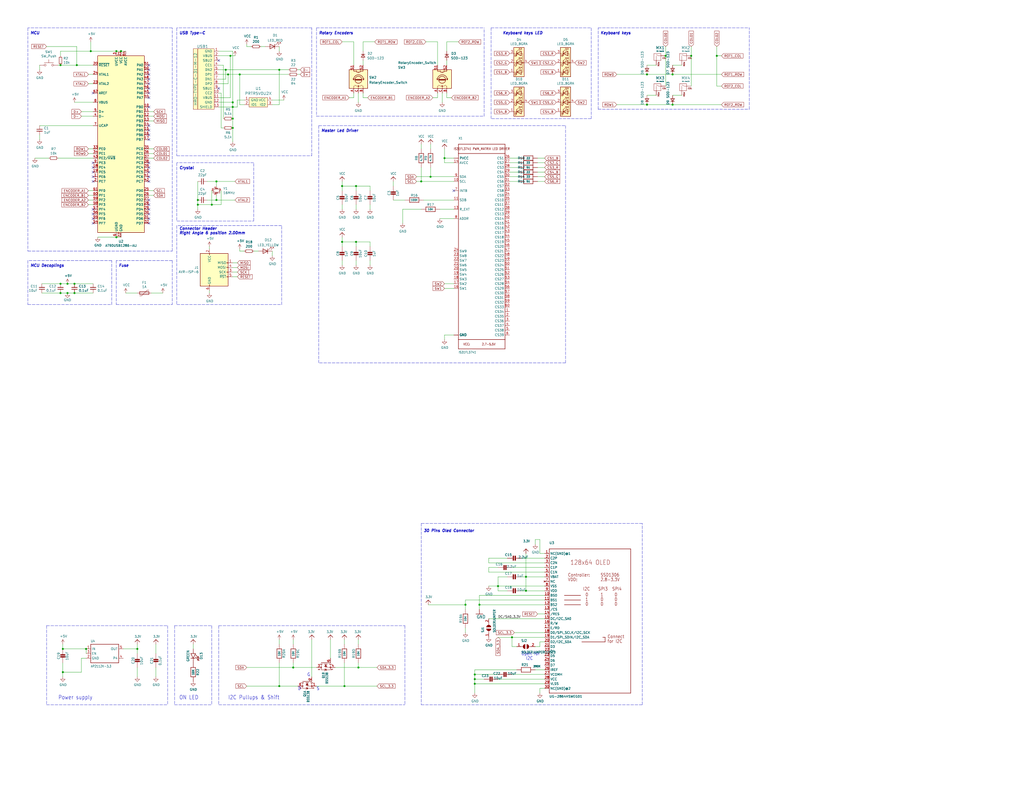
<source format=kicad_sch>
(kicad_sch (version 20211123) (generator eeschema)
  (paper "C")
  (junction (at 254 330.2))
  (junction (at 287.02 322.58))
  (junction (at 46.99 354.33))
  (junction (at 123.19 38.1))
  (junction (at 118.11 109.22))
  (junction (at 125.73 30.48))
  (junction (at 186.69 101.6))
  (junction (at 271.78 320.04))
  (junction (at 377.19 30.48))
  (junction (at 287.02 314.96))
  (junction (at 124.46 40.64))
  (junction (at 107.95 109.22))
  (junction (at 152.4 38.1))
  (junction (at 130.81 40.64))
  (junction (at 34.29 367.03))
  (junction (at 33.02 160.02))
  (junction (at 74.93 354.33))
  (junction (at 242.57 86.36))
  (junction (at 127 64.77))
  (junction (at 49.53 27.94))
  (junction (at 118.11 99.06))
  (junction (at 391.16 30.48))
  (junction (at 194.31 101.6))
  (junction (at 152.4 374.65))
  (junction (at 33.02 35.56))
  (junction (at 229.87 99.06))
  (junction (at 259.08 373.38))
  (junction (at 353.06 57.15))
  (junction (at 127 58.42))
  (junction (at 40.64 154.94))
  (junction (at 160.02 364.49))
  (junction (at 63.5 129.54))
  (junction (at 33.02 154.94))
  (junction (at 186.69 132.08))
  (junction (at 41.91 35.56))
  (junction (at 367.03 57.15))
  (junction (at 115.57 111.76))
  (junction (at 261.62 330.2))
  (junction (at 187.96 374.65))
  (junction (at 367.03 40.64))
  (junction (at 194.31 132.08))
  (junction (at 127 55.88))
  (junction (at 259.08 370.84))
  (junction (at 127 69.85))
  (junction (at 36.83 154.94))
  (junction (at 34.29 354.33))
  (junction (at 259.08 368.3))
  (junction (at 279.4 347.98))
  (junction (at 195.58 364.49))
  (junction (at 234.95 96.52))
  (junction (at 66.04 27.94))
  (junction (at 40.64 160.02))
  (junction (at 353.06 40.64))
  (junction (at 107.95 111.76))
  (junction (at 36.83 160.02))
  (junction (at 63.5 27.94))
  (junction (at 363.22 30.48))
  (no_connect (at 50.8 99.06))
  (no_connect (at 81.28 73.66))
  (no_connect (at 81.28 50.8))
  (no_connect (at 81.28 68.58))
  (no_connect (at 50.8 93.98))
  (no_connect (at 119.38 33.02))
  (no_connect (at 81.28 91.44))
  (no_connect (at 81.28 88.9))
  (no_connect (at 81.28 109.22))
  (no_connect (at 81.28 38.1))
  (no_connect (at 81.28 121.92))
  (no_connect (at 81.28 99.06))
  (no_connect (at 81.28 114.3))
  (no_connect (at 50.8 119.38))
  (no_connect (at 50.8 116.84))
  (no_connect (at 81.28 45.72))
  (no_connect (at 81.28 48.26))
  (no_connect (at 81.28 96.52))
  (no_connect (at 81.28 40.64))
  (no_connect (at 81.28 119.38))
  (no_connect (at 50.8 50.8))
  (no_connect (at 81.28 93.98))
  (no_connect (at 81.28 111.76))
  (no_connect (at 81.28 35.56))
  (no_connect (at 81.28 116.84))
  (no_connect (at 50.8 121.92))
  (no_connect (at 81.28 53.34))
  (no_connect (at 247.65 104.14))
  (no_connect (at 50.8 88.9))
  (no_connect (at 50.8 96.52))
  (no_connect (at 50.8 91.44))
  (no_connect (at 50.8 114.3))
  (no_connect (at 81.28 71.12))
  (no_connect (at 81.28 43.18))
  (no_connect (at 119.38 48.26))
  (no_connect (at 81.28 58.42))
  (no_connect (at 81.28 76.2))
  (wire (pts (xy 138.43 137.16) (xy 140.97 137.16)))
  (wire (pts (xy 123.19 43.18) (xy 123.19 38.1)))
  (wire (pts (xy 271.78 368.3) (xy 259.08 368.3)))
  (wire (pts (xy 195.58 50.8) (xy 195.58 55.88)))
  (wire (pts (xy 247.65 96.52) (xy 234.95 96.52)))
  (wire (pts (xy 271.78 314.96) (xy 271.78 320.04)))
  (wire (pts (xy 113.03 99.06) (xy 118.11 99.06)))
  (wire (pts (xy 276.86 322.58) (xy 271.78 322.58)))
  (polyline (pts (xy 350.52 384.81) (xy 350.52 285.75)))
  (wire (pts (xy 242.57 86.36) (xy 242.57 81.28)))
  (polyline (pts (xy 96.52 166.37) (xy 153.67 166.37)))
  (wire (pts (xy 297.18 337.82) (xy 266.7 337.82)))
  (polyline (pts (xy 15.24 137.16) (xy 93.98 137.16)))
  (wire (pts (xy 377.19 25.4) (xy 377.19 30.48)))
  (polyline (pts (xy 153.67 123.19) (xy 96.52 123.19)))
  (polyline (pts (xy 93.98 142.24) (xy 93.98 166.37)))
  (wire (pts (xy 74.93 364.49) (xy 74.93 369.57)))
  (wire (pts (xy 276.86 304.8) (xy 266.7 304.8)))
  (polyline (pts (xy 322.58 64.77) (xy 267.97 64.77)))
  (wire (pts (xy 67.31 354.33) (xy 74.93 354.33)))
  (wire (pts (xy 119.38 35.56) (xy 121.92 35.56)))
  (wire (pts (xy 36.83 154.94) (xy 40.64 154.94)))
  (wire (pts (xy 358.14 52.07) (xy 353.06 52.07)))
  (wire (pts (xy 294.64 375.92) (xy 294.64 378.46)))
  (polyline (pts (xy 172.72 63.5) (xy 264.16 63.5)))
  (polyline (pts (xy 308.61 68.58) (xy 308.61 198.12)))
  (wire (pts (xy 107.95 99.06) (xy 107.95 109.22)))
  (wire (pts (xy 358.14 35.56) (xy 353.06 35.56)))
  (wire (pts (xy 22.86 160.02) (xy 33.02 160.02)))
  (wire (pts (xy 259.08 365.76) (xy 281.94 365.76)))
  (wire (pts (xy 297.18 375.92) (xy 294.64 375.92)))
  (wire (pts (xy 353.06 57.15) (xy 367.03 57.15)))
  (wire (pts (xy 134.62 25.4) (xy 137.16 25.4)))
  (polyline (pts (xy 93.98 142.24) (xy 63.5 142.24)))
  (wire (pts (xy 33.02 35.56) (xy 41.91 35.56)))
  (wire (pts (xy 229.87 114.3) (xy 219.71 114.3)))
  (wire (pts (xy 31.75 35.56) (xy 33.02 35.56)))
  (wire (pts (xy 243.84 50.8) (xy 243.84 53.34)))
  (wire (pts (xy 247.65 182.88) (xy 242.57 182.88)))
  (wire (pts (xy 254 327.66) (xy 254 330.2)))
  (wire (pts (xy 372.11 35.56) (xy 367.03 35.56)))
  (wire (pts (xy 162.56 374.65) (xy 152.4 374.65)))
  (wire (pts (xy 74.93 354.33) (xy 74.93 356.87)))
  (wire (pts (xy 336.55 57.15) (xy 353.06 57.15)))
  (wire (pts (xy 198.12 33.02) (xy 198.12 35.56)))
  (wire (pts (xy 40.64 55.88) (xy 50.8 55.88)))
  (wire (pts (xy 259.08 373.38) (xy 259.08 370.84)))
  (wire (pts (xy 44.45 367.03) (xy 34.29 367.03)))
  (wire (pts (xy 254 327.66) (xy 297.18 327.66)))
  (wire (pts (xy 280.67 345.44) (xy 297.18 345.44)))
  (wire (pts (xy 294.64 350.52) (xy 294.64 353.06)))
  (polyline (pts (xy 95.25 341.63) (xy 95.25 384.81)))
  (wire (pts (xy 33.02 27.94) (xy 33.02 30.48)))
  (wire (pts (xy 293.37 335.28) (xy 297.18 335.28)))
  (wire (pts (xy 74.93 354.33) (xy 74.93 351.79)))
  (wire (pts (xy 266.7 307.34) (xy 297.18 307.34)))
  (wire (pts (xy 391.16 46.99) (xy 393.7 46.99)))
  (wire (pts (xy 48.26 83.82) (xy 50.8 83.82)))
  (wire (pts (xy 81.28 86.36) (xy 83.82 86.36)))
  (wire (pts (xy 229.87 99.06) (xy 229.87 91.44)))
  (wire (pts (xy 266.7 309.88) (xy 266.7 312.42)))
  (wire (pts (xy 193.04 22.86) (xy 193.04 35.56)))
  (wire (pts (xy 121.92 35.56) (xy 121.92 64.77)))
  (wire (pts (xy 201.93 111.76) (xy 201.93 114.3)))
  (wire (pts (xy 118.11 99.06) (xy 128.27 99.06)))
  (wire (pts (xy 130.81 40.64) (xy 157.48 40.64)))
  (wire (pts (xy 297.18 304.8) (xy 284.48 304.8)))
  (wire (pts (xy 49.53 22.86) (xy 49.53 27.94)))
  (wire (pts (xy 127 77.47) (xy 127 69.85)))
  (wire (pts (xy 247.65 119.38) (xy 240.03 119.38)))
  (wire (pts (xy 297.18 368.3) (xy 279.4 368.3)))
  (wire (pts (xy 22.86 154.94) (xy 33.02 154.94)))
  (polyline (pts (xy 93.98 15.24) (xy 15.24 15.24)))
  (polyline (pts (xy 25.4 341.63) (xy 91.44 341.63)))
  (wire (pts (xy 127 146.05) (xy 129.54 146.05)))
  (wire (pts (xy 129.54 148.59) (xy 127 148.59)))
  (wire (pts (xy 238.76 50.8) (xy 238.76 53.34)))
  (wire (pts (xy 46.99 356.87) (xy 46.99 354.33)))
  (wire (pts (xy 105.41 354.33) (xy 105.41 351.79)))
  (wire (pts (xy 160.02 364.49) (xy 134.62 364.49)))
  (wire (pts (xy 367.03 40.64) (xy 393.7 40.64)))
  (wire (pts (xy 83.82 81.28) (xy 81.28 81.28)))
  (wire (pts (xy 194.31 132.08) (xy 201.93 132.08)))
  (wire (pts (xy 81.28 106.68) (xy 83.82 106.68)))
  (wire (pts (xy 133.35 57.15) (xy 130.81 57.15)))
  (wire (pts (xy 201.93 101.6) (xy 201.93 104.14)))
  (wire (pts (xy 247.65 99.06) (xy 229.87 99.06)))
  (polyline (pts (xy 119.38 341.63) (xy 119.38 384.81)))
  (wire (pts (xy 219.71 114.3) (xy 219.71 121.92)))
  (wire (pts (xy 297.18 322.58) (xy 287.02 322.58)))
  (wire (pts (xy 242.57 88.9) (xy 242.57 86.36)))
  (polyline (pts (xy 25.4 384.81) (xy 91.44 384.81)))
  (polyline (pts (xy 267.97 64.77) (xy 267.97 15.24)))
  (wire (pts (xy 118.11 99.06) (xy 118.11 101.6)))
  (polyline (pts (xy 264.16 63.5) (xy 264.16 15.24)))
  (wire (pts (xy 391.16 25.4) (xy 391.16 30.48)))
  (wire (pts (xy 279.4 347.98) (xy 271.78 347.98)))
  (wire (pts (xy 242.57 182.88) (xy 242.57 185.42)))
  (wire (pts (xy 46.99 354.33) (xy 34.29 354.33)))
  (polyline (pts (xy 308.61 198.12) (xy 173.99 198.12)))
  (wire (pts (xy 148.59 57.15) (xy 152.4 57.15)))
  (wire (pts (xy 118.11 106.68) (xy 118.11 109.22)))
  (polyline (pts (xy 15.24 166.37) (xy 60.96 166.37)))
  (wire (pts (xy 247.65 88.9) (xy 242.57 88.9)))
  (wire (pts (xy 127 27.94) (xy 119.38 27.94)))
  (wire (pts (xy 297.18 314.96) (xy 287.02 314.96)))
  (polyline (pts (xy 96.52 123.19) (xy 96.52 166.37)))
  (wire (pts (xy 195.58 351.79) (xy 195.58 349.25)))
  (wire (pts (xy 186.69 132.08) (xy 186.69 134.62)))
  (wire (pts (xy 264.16 370.84) (xy 259.08 370.84)))
  (wire (pts (xy 115.57 104.14) (xy 115.57 111.76)))
  (wire (pts (xy 127 58.42) (xy 129.54 58.42)))
  (wire (pts (xy 53.34 129.54) (xy 63.5 129.54)))
  (wire (pts (xy 50.8 45.72) (xy 48.26 45.72)))
  (wire (pts (xy 238.76 22.86) (xy 238.76 35.56)))
  (wire (pts (xy 82.55 160.02) (xy 88.9 160.02)))
  (wire (pts (xy 214.63 109.22) (xy 220.98 109.22)))
  (polyline (pts (xy 119.38 384.81) (xy 220.98 384.81)))
  (wire (pts (xy 107.95 111.76) (xy 107.95 114.3)))
  (wire (pts (xy 119.38 53.34) (xy 125.73 53.34)))
  (wire (pts (xy 278.13 91.44) (xy 283.21 91.44)))
  (polyline (pts (xy 326.39 59.69) (xy 408.94 59.69)))
  (wire (pts (xy 128.27 30.48) (xy 125.73 30.48)))
  (wire (pts (xy 119.38 40.64) (xy 124.46 40.64)))
  (wire (pts (xy 227.33 96.52) (xy 234.95 96.52)))
  (wire (pts (xy 160.02 361.95) (xy 160.02 364.49)))
  (wire (pts (xy 33.02 154.94) (xy 36.83 154.94)))
  (wire (pts (xy 125.73 53.34) (xy 125.73 30.48)))
  (wire (pts (xy 187.96 351.79) (xy 187.96 349.25)))
  (wire (pts (xy 279.4 353.06) (xy 279.4 347.98)))
  (polyline (pts (xy 173.99 68.58) (xy 308.61 68.58)))
  (polyline (pts (xy 229.87 285.75) (xy 229.87 384.81)))
  (wire (pts (xy 271.78 320.04) (xy 266.7 320.04)))
  (wire (pts (xy 372.11 52.07) (xy 367.03 52.07)))
  (polyline (pts (xy 138.43 88.9) (xy 96.52 88.9)))
  (wire (pts (xy 115.57 111.76) (xy 107.95 111.76)))
  (wire (pts (xy 194.31 101.6) (xy 201.93 101.6)))
  (wire (pts (xy 186.69 101.6) (xy 194.31 101.6)))
  (wire (pts (xy 148.59 54.61) (xy 154.94 54.61)))
  (wire (pts (xy 127 69.85) (xy 127 64.77)))
  (wire (pts (xy 198.12 53.34) (xy 200.66 53.34)))
  (polyline (pts (xy 93.98 137.16) (xy 93.98 15.24)))
  (wire (pts (xy 48.26 104.14) (xy 50.8 104.14)))
  (wire (pts (xy 377.19 30.48) (xy 377.19 46.99)))
  (wire (pts (xy 198.12 27.94) (xy 198.12 22.86)))
  (wire (pts (xy 293.37 88.9) (xy 297.18 88.9)))
  (wire (pts (xy 391.16 30.48) (xy 393.7 30.48)))
  (wire (pts (xy 297.18 350.52) (xy 294.64 350.52)))
  (wire (pts (xy 227.33 99.06) (xy 229.87 99.06)))
  (wire (pts (xy 34.29 367.03) (xy 34.29 369.57)))
  (polyline (pts (xy 15.24 15.24) (xy 15.24 137.16)))
  (wire (pts (xy 83.82 104.14) (xy 81.28 104.14)))
  (wire (pts (xy 152.4 349.25) (xy 152.4 351.79)))
  (wire (pts (xy 48.26 106.68) (xy 50.8 106.68)))
  (wire (pts (xy 186.69 101.6) (xy 186.69 104.14)))
  (wire (pts (xy 278.13 96.52) (xy 283.21 96.52)))
  (wire (pts (xy 297.18 325.12) (xy 261.62 325.12)))
  (polyline (pts (xy 173.99 68.58) (xy 173.99 198.12)))
  (wire (pts (xy 83.82 83.82) (xy 81.28 83.82)))
  (wire (pts (xy 21.59 35.56) (xy 21.59 38.1)))
  (wire (pts (xy 134.62 24.13) (xy 134.62 25.4)))
  (wire (pts (xy 85.09 351.79) (xy 85.09 356.87)))
  (wire (pts (xy 26.67 86.36) (xy 19.05 86.36)))
  (wire (pts (xy 233.68 330.2) (xy 254 330.2)))
  (wire (pts (xy 232.41 22.86) (xy 238.76 22.86)))
  (wire (pts (xy 297.18 320.04) (xy 271.78 320.04)))
  (wire (pts (xy 33.02 27.94) (xy 49.53 27.94)))
  (wire (pts (xy 21.59 68.58) (xy 50.8 68.58)))
  (polyline (pts (xy 96.52 88.9) (xy 96.52 120.65)))
  (wire (pts (xy 241.3 50.8) (xy 241.3 55.88)))
  (polyline (pts (xy 326.39 15.24) (xy 408.94 15.24)))
  (wire (pts (xy 83.82 63.5) (xy 81.28 63.5)))
  (wire (pts (xy 193.04 50.8) (xy 193.04 53.34)))
  (polyline (pts (xy 63.5 142.24) (xy 63.5 166.37)))
  (wire (pts (xy 287.02 322.58) (xy 284.48 322.58)))
  (wire (pts (xy 194.31 111.76) (xy 194.31 114.3)))
  (wire (pts (xy 229.87 78.74) (xy 229.87 81.28)))
  (wire (pts (xy 34.29 351.79) (xy 34.29 354.33)))
  (wire (pts (xy 190.5 53.34) (xy 193.04 53.34)))
  (wire (pts (xy 243.84 27.94) (xy 243.84 22.86)))
  (wire (pts (xy 287.02 314.96) (xy 284.48 314.96)))
  (wire (pts (xy 44.45 359.41) (xy 44.45 367.03)))
  (wire (pts (xy 148.59 137.16) (xy 148.59 139.7)))
  (polyline (pts (xy 96.52 85.09) (xy 170.18 85.09)))
  (wire (pts (xy 119.38 55.88) (xy 127 55.88)))
  (wire (pts (xy 152.4 374.65) (xy 134.62 374.65)))
  (wire (pts (xy 261.62 330.2) (xy 261.62 332.74)))
  (wire (pts (xy 293.37 91.44) (xy 297.18 91.44)))
  (wire (pts (xy 130.81 135.89) (xy 130.81 137.16)))
  (wire (pts (xy 186.69 142.24) (xy 186.69 144.78)))
  (wire (pts (xy 119.38 58.42) (xy 127 58.42)))
  (wire (pts (xy 63.5 27.94) (xy 49.53 27.94)))
  (wire (pts (xy 129.54 58.42) (xy 129.54 54.61)))
  (wire (pts (xy 186.69 129.54) (xy 186.69 132.08)))
  (wire (pts (xy 198.12 50.8) (xy 198.12 53.34)))
  (wire (pts (xy 127 55.88) (xy 127 27.94)))
  (wire (pts (xy 186.69 99.06) (xy 186.69 101.6)))
  (wire (pts (xy 294.64 302.26) (xy 294.64 294.64)))
  (wire (pts (xy 41.91 35.56) (xy 50.8 35.56)))
  (wire (pts (xy 127 64.77) (xy 127 58.42)))
  (wire (pts (xy 160.02 351.79) (xy 160.02 349.25)))
  (wire (pts (xy 293.37 99.06) (xy 297.18 99.06)))
  (wire (pts (xy 130.81 57.15) (xy 130.81 40.64)))
  (wire (pts (xy 294.64 294.64) (xy 292.1 294.64)))
  (wire (pts (xy 66.04 27.94) (xy 68.58 27.94)))
  (wire (pts (xy 142.24 25.4) (xy 144.78 25.4)))
  (wire (pts (xy 194.31 132.08) (xy 194.31 134.62)))
  (wire (pts (xy 129.54 143.51) (xy 127 143.51)))
  (polyline (pts (xy 350.52 285.75) (xy 229.87 285.75)))
  (polyline (pts (xy 119.38 341.63) (xy 220.98 341.63)))
  (wire (pts (xy 234.95 96.52) (xy 234.95 91.44)))
  (wire (pts (xy 21.59 76.2) (xy 21.59 73.66)))
  (wire (pts (xy 119.38 45.72) (xy 124.46 45.72)))
  (wire (pts (xy 247.65 86.36) (xy 242.57 86.36)))
  (wire (pts (xy 259.08 370.84) (xy 259.08 368.3)))
  (wire (pts (xy 31.75 86.36) (xy 50.8 86.36)))
  (wire (pts (xy 236.22 53.34) (xy 238.76 53.34)))
  (wire (pts (xy 293.37 93.98) (xy 297.18 93.98)))
  (wire (pts (xy 50.8 63.5) (xy 44.45 63.5)))
  (wire (pts (xy 259.08 373.38) (xy 259.08 378.46)))
  (wire (pts (xy 259.08 368.3) (xy 259.08 365.76)))
  (wire (pts (xy 271.78 322.58) (xy 271.78 320.04)))
  (polyline (pts (xy 229.87 384.81) (xy 350.52 384.81)))
  (polyline (pts (xy 91.44 341.63) (xy 91.44 384.81)))
  (wire (pts (xy 41.91 25.4) (xy 41.91 35.56)))
  (wire (pts (xy 180.34 359.41) (xy 180.34 349.25)))
  (polyline (pts (xy 96.52 15.24) (xy 96.52 85.09)))
  (wire (pts (xy 234.95 78.74) (xy 234.95 81.28)))
  (polyline (pts (xy 170.18 85.09) (xy 170.18 15.24)))
  (wire (pts (xy 294.64 353.06) (xy 292.1 353.06)))
  (wire (pts (xy 367.03 57.15) (xy 393.7 57.15)))
  (wire (pts (xy 243.84 22.86) (xy 250.19 22.86)))
  (wire (pts (xy 187.96 361.95) (xy 187.96 374.65)))
  (wire (pts (xy 81.28 60.96) (xy 83.82 60.96)))
  (wire (pts (xy 125.73 30.48) (xy 119.38 30.48)))
  (polyline (pts (xy 153.67 166.37) (xy 153.67 123.19)))
  (wire (pts (xy 120.65 69.85) (xy 121.92 69.85)))
  (wire (pts (xy 247.65 114.3) (xy 240.03 114.3)))
  (wire (pts (xy 293.37 86.36) (xy 297.18 86.36)))
  (wire (pts (xy 152.4 25.4) (xy 152.4 27.94)))
  (wire (pts (xy 152.4 57.15) (xy 152.4 38.1)))
  (wire (pts (xy 33.02 160.02) (xy 36.83 160.02)))
  (wire (pts (xy 363.22 25.4) (xy 363.22 30.48)))
  (polyline (pts (xy 220.98 341.63) (xy 220.98 384.81)))
  (wire (pts (xy 266.7 312.42) (xy 297.18 312.42)))
  (wire (pts (xy 292.1 294.64) (xy 292.1 297.18)))
  (wire (pts (xy 172.72 374.65) (xy 187.96 374.65)))
  (polyline (pts (xy 267.97 15.24) (xy 322.58 15.24)))
  (wire (pts (xy 25.4 25.4) (xy 41.91 25.4)))
  (wire (pts (xy 36.83 160.02) (xy 40.64 160.02)))
  (wire (pts (xy 194.31 101.6) (xy 194.31 104.14)))
  (wire (pts (xy 48.26 111.76) (xy 50.8 111.76)))
  (wire (pts (xy 74.93 160.02) (xy 68.58 160.02)))
  (wire (pts (xy 201.93 132.08) (xy 201.93 134.62)))
  (wire (pts (xy 261.62 325.12) (xy 261.62 330.2)))
  (wire (pts (xy 297.18 370.84) (xy 271.78 370.84)))
  (wire (pts (xy 276.86 314.96) (xy 271.78 314.96)))
  (wire (pts (xy 278.13 99.06) (xy 283.21 99.06)))
  (wire (pts (xy 336.55 40.64) (xy 353.06 40.64)))
  (polyline (pts (xy 408.94 59.69) (xy 408.94 15.24)))
  (wire (pts (xy 34.29 367.03) (xy 34.29 361.95)))
  (wire (pts (xy 119.38 38.1) (xy 123.19 38.1)))
  (polyline (pts (xy 138.43 120.65) (xy 138.43 88.9)))
  (polyline (pts (xy 322.58 15.24) (xy 322.58 64.77)))
  (wire (pts (xy 127 151.13) (xy 129.54 151.13)))
  (wire (pts (xy 40.64 160.02) (xy 50.8 160.02)))
  (wire (pts (xy 186.69 111.76) (xy 186.69 114.3)))
  (polyline (pts (xy 172.72 15.24) (xy 172.72 63.5)))
  (wire (pts (xy 254 345.44) (xy 254 342.9)))
  (wire (pts (xy 201.93 142.24) (xy 201.93 144.78)))
  (polyline (pts (xy 326.39 59.69) (xy 326.39 15.24)))
  (wire (pts (xy 152.4 361.95) (xy 152.4 374.65)))
  (wire (pts (xy 297.18 330.2) (xy 261.62 330.2)))
  (wire (pts (xy 242.57 154.94) (xy 247.65 154.94)))
  (wire (pts (xy 40.64 154.94) (xy 50.8 154.94)))
  (wire (pts (xy 363.22 30.48) (xy 363.22 46.99)))
  (wire (pts (xy 48.26 81.28) (xy 50.8 81.28)))
  (polyline (pts (xy 96.52 120.65) (xy 138.43 120.65)))
  (wire (pts (xy 123.19 38.1) (xy 152.4 38.1)))
  (wire (pts (xy 186.69 22.86) (xy 193.04 22.86)))
  (wire (pts (xy 130.81 137.16) (xy 133.35 137.16)))
  (wire (pts (xy 124.46 40.64) (xy 130.81 40.64)))
  (polyline (pts (xy 95.25 341.63) (xy 115.57 341.63)))
  (wire (pts (xy 113.03 109.22) (xy 118.11 109.22)))
  (wire (pts (xy 85.09 364.49) (xy 85.09 369.57)))
  (wire (pts (xy 119.38 43.18) (xy 123.19 43.18)))
  (wire (pts (xy 63.5 27.94) (xy 66.04 27.94)))
  (wire (pts (xy 195.58 364.49) (xy 205.74 364.49)))
  (polyline (pts (xy 15.24 142.24) (xy 15.24 166.37)))
  (wire (pts (xy 162.56 40.64) (xy 163.83 40.64)))
  (wire (pts (xy 120.65 104.14) (xy 120.65 111.76)))
  (wire (pts (xy 287.02 302.26) (xy 287.02 314.96)))
  (wire (pts (xy 231.14 109.22) (xy 247.65 109.22)))
  (polyline (pts (xy 25.4 341.63) (xy 25.4 384.81)))
  (wire (pts (xy 50.8 40.64) (xy 48.26 40.64)))
  (wire (pts (xy 297.18 347.98) (xy 279.4 347.98)))
  (polyline (pts (xy 60.96 166.37) (xy 60.96 142.24)))
  (wire (pts (xy 162.56 38.1) (xy 163.83 38.1)))
  (wire (pts (xy 114.3 134.62) (xy 114.3 135.89)))
  (wire (pts (xy 120.65 111.76) (xy 115.57 111.76)))
  (wire (pts (xy 278.13 88.9) (xy 283.21 88.9)))
  (wire (pts (xy 391.16 30.48) (xy 391.16 46.99)))
  (wire (pts (xy 81.28 66.04) (xy 83.82 66.04)))
  (polyline (pts (xy 95.25 384.81) (xy 115.57 384.81)))
  (wire (pts (xy 243.84 33.02) (xy 243.84 35.56)))
  (polyline (pts (xy 115.57 341.63) (xy 115.57 384.81)))
  (polyline (pts (xy 170.18 15.24) (xy 96.52 15.24)))
  (wire (pts (xy 119.38 50.8) (xy 120.65 50.8)))
  (wire (pts (xy 214.63 99.06) (xy 214.63 101.6)))
  (wire (pts (xy 118.11 109.22) (xy 128.27 109.22)))
  (wire (pts (xy 281.94 353.06) (xy 279.4 353.06)))
  (wire (pts (xy 198.12 22.86) (xy 204.47 22.86)))
  (wire (pts (xy 152.4 38.1) (xy 157.48 38.1)))
  (wire (pts (xy 48.26 109.22) (xy 50.8 109.22)))
  (wire (pts (xy 278.13 86.36) (xy 283.21 86.36)))
  (wire (pts (xy 297.18 302.26) (xy 294.64 302.26)))
  (polyline (pts (xy 60.96 142.24) (xy 15.24 142.24)))
  (wire (pts (xy 243.84 53.34) (xy 246.38 53.34)))
  (wire (pts (xy 63.5 129.54) (xy 66.04 129.54)))
  (wire (pts (xy 254 330.2) (xy 254 332.74)))
  (wire (pts (xy 172.72 364.49) (xy 160.02 364.49)))
  (wire (pts (xy 114.3 160.02) (xy 114.3 158.75)))
  (wire (pts (xy 187.96 374.65) (xy 205.74 374.65)))
  (wire (pts (xy 195.58 361.95) (xy 195.58 364.49)))
  (wire (pts (xy 129.54 54.61) (xy 133.35 54.61)))
  (wire (pts (xy 353.06 40.64) (xy 367.03 40.64)))
  (wire (pts (xy 46.99 359.41) (xy 44.45 359.41)))
  (wire (pts (xy 127 58.42) (xy 127 55.88)))
  (wire (pts (xy 50.8 60.96) (xy 44.45 60.96)))
  (wire (pts (xy 278.13 93.98) (xy 283.21 93.98)))
  (wire (pts (xy 271.78 309.88) (xy 266.7 309.88)))
  (polyline (pts (xy 63.5 166.37) (xy 93.98 166.37)))
  (wire (pts (xy 297.18 365.76) (xy 292.1 365.76)))
  (wire (pts (xy 287.02 314.96) (xy 287.02 322.58)))
  (wire (pts (xy 170.18 369.57) (xy 170.18 349.25)))
  (wire (pts (xy 293.37 96.52) (xy 297.18 96.52)))
  (polyline (pts (xy 172.72 15.24) (xy 264.16 15.24)))
  (wire (pts (xy 242.57 157.48) (xy 247.65 157.48)))
  (wire (pts (xy 124.46 45.72) (xy 124.46 40.64)))
  (wire (pts (xy 120.65 50.8) (xy 120.65 69.85)))
  (wire (pts (xy 182.88 364.49) (xy 195.58 364.49)))
  (wire (pts (xy 297.18 309.88) (xy 279.4 309.88)))
  (wire (pts (xy 186.69 132.08) (xy 194.31 132.08)))
  (wire (pts (xy 194.31 142.24) (xy 194.31 144.78)))
  (wire (pts (xy 107.95 109.22) (xy 107.95 111.76)))
  (wire (pts (xy 297.18 373.38) (xy 259.08 373.38)))
  (wire (pts (xy 266.7 304.8) (xy 266.7 307.34)))
  (text "G" (at 167.64 369.57 180) (effects (font (size 1.778 1.5113)) (justify left bottom)))
  (text "30 Pins Oled Connector" (at 231.14 290.83 0) (effects (font (size 1.4986 1.4986) (thickness 0.2997) bold italic) (justify left bottom)))
  (text "MCU Decoplings" (at 16.51 146.05 0) (effects (font (size 1.4986 1.4986) (thickness 0.2997) bold italic) (justify left bottom)))
  (text "Keyboard keys" (at 327.66 19.05 0) (effects (font (size 1.4986 1.4986) (thickness 0.2997) bold italic) (justify left bottom)))
  (text "I2C" (at 287.02 360.68 180) (effects (font (size 1.778 1.5113)) (justify left bottom)))
  (text "Open for" (at 284.48 358.14 180) (effects (font (size 1.778 1.5113)) (justify left bottom)))
  (text "D" (at 162.56 377.19 180) (effects (font (size 1.778 1.5113)) (justify left bottom)))
  (text "S" (at 172.72 377.19 180) (effects (font (size 1.778 1.5113)) (justify left bottom)))
  (text "Master Led Driver" (at 175.26 72.39 0) (effects (font (size 1.4986 1.4986) (thickness 0.2997) bold italic) (justify left bottom)))
  (text "Connector Header\nRight Angle 6 position 2.00mm" (at 97.79 128.27 0) (effects (font (size 1.4986 1.4986) (thickness 0.2997) bold italic) (justify left bottom)))
  (text "Keyboard keys LED" (at 274.32 19.05 0) (effects (font (size 1.4986 1.4986) (thickness 0.2997) bold italic) (justify left bottom)))
  (text "I2C Pullups & Shift" (at 124.46 382.27 180) (effects (font (size 2.1844 1.8567)) (justify left bottom)))
  (text "USB Type-C" (at 97.79 19.05 0) (effects (font (size 1.4986 1.4986) (thickness 0.2997) bold italic) (justify left bottom)))
  (text "MCU" (at 16.51 19.05 0) (effects (font (size 1.4986 1.4986) (thickness 0.2997) bold italic) (justify left bottom)))
  (text "ON LED" (at 97.79 382.27 180) (effects (font (size 2.1844 1.8567)) (justify left bottom)))
  (text "Fuse" (at 64.77 146.05 0) (effects (font (size 1.4986 1.4986) (thickness 0.2997) bold italic) (justify left bottom)))
  (text "Rotary Encoders" (at 173.99 19.05 0) (effects (font (size 1.4986 1.4986) (thickness 0.2997) bold italic) (justify left bottom)))
  (text "Power supply" (at 31.75 382.27 180) (effects (font (size 2.1844 1.8567)) (justify left bottom)))
  (text "Crystal" (at 97.79 92.71 0) (effects (font (size 1.4986 1.4986) (thickness 0.2997) bold italic) (justify left bottom)))
  (label "DC/SA0_3.3V" (at 271.78 337.82 0) (effects (font (size 1.2446 1.2446))))
  (global_label "ROT1_ROW" (shape input) (at 204.47 22.86 0) (property "Intersheet References" "${INTERSHEET_REFS}" (effects hide)))
  (global_label "CS6_R" (shape input) (at 297.18 99.06 0) (property "Intersheet References" "${INTERSHEET_REFS}" (effects hide)))
  (global_label "COL01" (shape input) (at 377.19 25.4 90) (property "Intersheet References" "${INTERSHEET_REFS}" (effects hide)))
  (global_label "CS2_G" (shape input) (at 278.13 34.29 180) (property "Intersheet References" "${INTERSHEET_REFS}" (effects hide)))
  (global_label "ROT2_COL" (shape input) (at 232.41 22.86 180) (property "Intersheet References" "${INTERSHEET_REFS}" (effects hide)))
  (global_label "RESET" (shape input) (at 25.4 25.4 180) (property "Intersheet References" "${INTERSHEET_REFS}" (effects hide)))
  (global_label "MOSI" (shape input) (at 83.82 63.5 0) (property "Intersheet References" "${INTERSHEET_REFS}" (effects hide)))
  (global_label "CS1_B" (shape input) (at 278.13 39.37 180) (property "Intersheet References" "${INTERSHEET_REFS}" (effects hide)))
  (global_label "SDA_3.3" (shape input) (at 205.74 364.49 0) (property "Intersheet References" "${INTERSHEET_REFS}" (effects hide)))
  (global_label "CS6_R" (shape input) (at 278.13 50.8 180) (property "Intersheet References" "${INTERSHEET_REFS}" (effects hide)))
  (global_label "CS1_B" (shape input) (at 303.53 39.37 180) (property "Intersheet References" "${INTERSHEET_REFS}" (effects hide)))
  (global_label "RESET" (shape input) (at 129.54 151.13 0) (property "Intersheet References" "${INTERSHEET_REFS}" (effects hide)))
  (global_label "SCL_3.3" (shape input) (at 205.74 374.65 0) (property "Intersheet References" "${INTERSHEET_REFS}" (effects hide)))
  (global_label "COL02" (shape input) (at 83.82 86.36 0) (property "Intersheet References" "${INTERSHEET_REFS}" (effects hide)))
  (global_label "MISO" (shape input) (at 129.54 143.51 0) (property "Intersheet References" "${INTERSHEET_REFS}" (effects hide)))
  (global_label "CS3_R" (shape input) (at 297.18 91.44 0) (property "Intersheet References" "${INTERSHEET_REFS}" (effects hide)))
  (global_label "ENCODER_B1" (shape input) (at 48.26 106.68 180) (property "Intersheet References" "${INTERSHEET_REFS}" (effects hide)))
  (global_label "CS2_G" (shape input) (at 303.53 34.29 180) (property "Intersheet References" "${INTERSHEET_REFS}" (effects hide)))
  (global_label "ROT2_ROW" (shape input) (at 393.7 57.15 0) (property "Intersheet References" "${INTERSHEET_REFS}" (effects hide)))
  (global_label "ROW0" (shape input) (at 48.26 83.82 180) (property "Intersheet References" "${INTERSHEET_REFS}" (effects hide)))
  (global_label "SW2" (shape input) (at 313.69 55.88 0) (property "Intersheet References" "${INTERSHEET_REFS}" (effects hide)))
  (global_label "XTAL1" (shape input) (at 128.27 99.06 0) (property "Intersheet References" "${INTERSHEET_REFS}" (effects hide)))
  (global_label "CS3_R" (shape input) (at 303.53 29.21 180) (property "Intersheet References" "${INTERSHEET_REFS}" (effects hide)))
  (global_label "ROT1_COL" (shape input) (at 393.7 30.48 0) (property "Intersheet References" "${INTERSHEET_REFS}" (effects hide)))
  (global_label "SCL" (shape input) (at 83.82 104.14 0) (property "Intersheet References" "${INTERSHEET_REFS}" (effects hide)))
  (global_label "COL02" (shape input) (at 391.16 25.4 90) (property "Intersheet References" "${INTERSHEET_REFS}" (effects hide)))
  (global_label "CS6_R" (shape input) (at 303.53 50.8 180) (property "Intersheet References" "${INTERSHEET_REFS}" (effects hide)))
  (global_label "SCL" (shape input) (at 227.33 99.06 180) (property "Intersheet References" "${INTERSHEET_REFS}" (effects hide)))
  (global_label "D-" (shape input) (at 44.45 63.5 180) (property "Intersheet References" "${INTERSHEET_REFS}" (effects hide)))
  (global_label "CS1_B" (shape input) (at 297.18 86.36 0) (property "Intersheet References" "${INTERSHEET_REFS}" (effects hide)))
  (global_label "XTAL2" (shape input) (at 128.27 109.22 0) (property "Intersheet References" "${INTERSHEET_REFS}" (effects hide)))
  (global_label "SDA" (shape input) (at 134.62 364.49 180) (property "Intersheet References" "${INTERSHEET_REFS}" (effects hide)))
  (global_label "D+" (shape input) (at 163.83 40.64 0) (property "Intersheet References" "${INTERSHEET_REFS}" (effects hide)))
  (global_label "SW1" (shape input) (at 288.29 55.88 0) (property "Intersheet References" "${INTERSHEET_REFS}" (effects hide)))
  (global_label "COL00" (shape input) (at 363.22 25.4 90) (property "Intersheet References" "${INTERSHEET_REFS}" (effects hide)))
  (global_label "SW2" (shape input) (at 313.69 34.29 0) (property "Intersheet References" "${INTERSHEET_REFS}" (effects hide)))
  (global_label "COL01" (shape input) (at 83.82 83.82 0) (property "Intersheet References" "${INTERSHEET_REFS}" (effects hide)))
  (global_label "CS5_G" (shape input) (at 297.18 96.52 0) (property "Intersheet References" "${INTERSHEET_REFS}" (effects hide)))
  (global_label "SCL" (shape input) (at 134.62 374.65 180) (property "Intersheet References" "${INTERSHEET_REFS}" (effects hide)))
  (global_label "ENCODER_B2" (shape input) (at 48.26 111.76 180) (property "Intersheet References" "${INTERSHEET_REFS}" (effects hide)))
  (global_label "SDA" (shape input) (at 227.33 96.52 180) (property "Intersheet References" "${INTERSHEET_REFS}" (effects hide)))
  (global_label "XTAL1" (shape input) (at 48.26 40.64 180) (property "Intersheet References" "${INTERSHEET_REFS}" (effects hide)))
  (global_label "ENCODER_B2" (shape input) (at 246.38 53.34 0) (property "Intersheet References" "${INTERSHEET_REFS}" (effects hide)))
  (global_label "CS5_G" (shape input) (at 278.13 55.88 180) (property "Intersheet References" "${INTERSHEET_REFS}" (effects hide)))
  (global_label "ENCODER_A1" (shape input) (at 48.26 104.14 180) (property "Intersheet References" "${INTERSHEET_REFS}" (effects hide)))
  (global_label "COL00" (shape input) (at 83.82 81.28 0) (property "Intersheet References" "${INTERSHEET_REFS}" (effects hide)))
  (global_label "MOSI" (shape input) (at 129.54 146.05 0) (property "Intersheet References" "${INTERSHEET_REFS}" (effects hide)))
  (global_label "ROT2_COL" (shape input) (at 393.7 46.99 0) (property "Intersheet References" "${INTERSHEET_REFS}" (effects hide)))
  (global_label "XTAL2" (shape input) (at 48.26 45.72 180) (property "Intersheet References" "${INTERSHEET_REFS}" (effects hide)))
  (global_label "CS3_R" (shape input) (at 278.13 29.21 180) (property "Intersheet References" "${INTERSHEET_REFS}" (effects hide)))
  (global_label "ROW1" (shape input) (at 336.55 57.15 180) (property "Intersheet References" "${INTERSHEET_REFS}" (effects hide)))
  (global_label "ENCODER_A1" (shape input) (at 190.5 53.34 180) (property "Intersheet References" "${INTERSHEET_REFS}" (effects hide)))
  (global_label "ENCODER_B1" (shape input) (at 200.66 53.34 0) (property "Intersheet References" "${INTERSHEET_REFS}" (effects hide)))
  (global_label "SCL_3.3" (shape input) (at 280.67 345.44 180) (property "Intersheet References" "${INTERSHEET_REFS}" (effects hide)))
  (global_label "SDA_3.3" (shape input) (at 271.78 347.98 270) (property "Intersheet References" "${INTERSHEET_REFS}" (effects hide)))
  (global_label "D-" (shape input) (at 163.83 38.1 0) (property "Intersheet References" "${INTERSHEET_REFS}" (effects hide)))
  (global_label "CS4_B" (shape input) (at 303.53 60.96 180) (property "Intersheet References" "${INTERSHEET_REFS}" (effects hide)))
  (global_label "SCK" (shape input) (at 129.54 148.59 0) (property "Intersheet References" "${INTERSHEET_REFS}" (effects hide)))
  (global_label "SW1" (shape input) (at 242.57 157.48 180) (property "Intersheet References" "${INTERSHEET_REFS}" (effects hide)))
  (global_label "CS4_B" (shape input) (at 297.18 93.98 0) (property "Intersheet References" "${INTERSHEET_REFS}" (effects hide)))
  (global_label "SW2" (shape input) (at 242.57 154.94 180) (property "Intersheet References" "${INTERSHEET_REFS}" (effects hide)))
  (global_label "MISO" (shape input) (at 83.82 66.04 0) (property "Intersheet References" "${INTERSHEET_REFS}" (effects hide)))
  (global_label "CS2_G" (shape input) (at 297.18 88.9 0) (property "Intersheet References" "${INTERSHEET_REFS}" (effects hide)))
  (global_label "ROT1_COL" (shape input) (at 186.69 22.86 180) (property "Intersheet References" "${INTERSHEET_REFS}" (effects hide)))
  (global_label "ROT2_ROW" (shape input) (at 250.19 22.86 0) (property "Intersheet References" "${INTERSHEET_REFS}" (effects hide)))
  (global_label "RESET" (shape input) (at 293.37 335.28 180) (property "Intersheet References" "${INTERSHEET_REFS}" (effects hide)))
  (global_label "ROW0" (shape input) (at 336.55 40.64 180) (property "Intersheet References" "${INTERSHEET_REFS}" (effects hide)))
  (global_label "CS4_B" (shape input) (at 278.13 60.96 180) (property "Intersheet References" "${INTERSHEET_REFS}" (effects hide)))
  (global_label "D+" (shape input) (at 44.45 60.96 180) (property "Intersheet References" "${INTERSHEET_REFS}" (effects hide)))
  (global_label "ROW1" (shape input) (at 48.26 81.28 180) (property "Intersheet References" "${INTERSHEET_REFS}" (effects hide)))
  (global_label "SW1" (shape input) (at 288.29 34.29 0) (property "Intersheet References" "${INTERSHEET_REFS}" (effects hide)))
  (global_label "SCK" (shape input) (at 83.82 60.96 0) (property "Intersheet References" "${INTERSHEET_REFS}" (effects hide)))
  (global_label "CS5_G" (shape input) (at 303.53 55.88 180) (property "Intersheet References" "${INTERSHEET_REFS}" (effects hide)))
  (global_label "ENCODER_A2" (shape input) (at 236.22 53.34 180) (property "Intersheet References" "${INTERSHEET_REFS}" (effects hide)))
  (global_label "ENCODER_A2" (shape input) (at 48.26 109.22 180) (property "Intersheet References" "${INTERSHEET_REFS}" (effects hide)))
  (global_label "ROT1_ROW" (shape input) (at 393.7 40.64 0) (property "Intersheet References" "${INTERSHEET_REFS}" (effects hide)))
  (global_label "SDA" (shape input) (at 83.82 106.68 0) (property "Intersheet References" "${INTERSHEET_REFS}" (effects hide)))
  (symbol (lib_id "power:GND") (at 219.71 121.92 0) (unit 1)
    (property "Reference" "#PWR0121" (effects hide))
    (property "Value" "GND" (at 219.837 126.3142 0))
  )
  (symbol (lib_id "Adafruit IS31FL3741 Matrix-eagle-import:VCC") (at 234.95 76.2 0) (unit 1)
    (property "Reference" "#P+0103" (effects hide))
    (property "Value" "VCC" (at 233.426 75.184 0) (effects (font (size 1.27 1.0795)) (justify left bottom)))
  )
  (symbol (lib_id "power:+5V") (at 160.02 349.25 0) (unit 1)
    (property "Reference" "#PWR0135" (effects hide))
    (property "Value" "+5V" (at 160.401 344.8558 0))
  )
  (symbol (lib_id "Device:R_Small") (at 33.02 33.02 0) (unit 1)
    (property "Reference" "R2" (at 34.5186 31.8516 0) (effects (justify left)))
    (property "Value" "10k" (at 34.5186 34.163 0) (effects (justify left)))
    (property "Footprint" "Resistor_SMD:R_0805_2012Metric" (effects hide))
  )
  (symbol (lib_id "power:GND") (at 127 77.47 0) (unit 1)
    (property "Reference" "#PWR0107" (effects hide))
    (property "Value" "GND" (at 127.127 81.8642 0))
  )
  (symbol (lib_id "Adafruit 1.3in 128x64 OLED STEMMA QT-eagle-import:3.3V") (at 170.18 346.71 0) (mirror y) (unit 1)
    (property "Reference" "#U$0104" (effects hide))
    (property "Value" "3.3V" (at 171.704 345.694 0) (effects (font (size 1.27 1.0795)) (justify left bottom)))
  )
  (symbol (lib_id "Adafruit IS31FL3741 Matrix-eagle-import:CAP_CERAMIC0603_NO") (at 214.63 106.68 0) (unit 1)
    (property "Reference" "C3" (at 212.34 105.43 90))
    (property "Value" "1uF" (at 216.93 105.43 90))
    (property "Footprint" "Capacitor_SMD:C_0805_2012Metric" (effects hide))
  )
  (symbol (lib_id "power:GND") (at 292.1 297.18 0) (unit 1)
    (property "Reference" "#PWR0141" (effects hide))
    (property "Value" "GND" (at 292.227 301.5742 0))
  )
  (symbol (lib_id "power:GND") (at 74.93 369.57 0) (unit 1)
    (property "Reference" "#PWR0138" (effects hide))
    (property "Value" "GND" (at 75.057 373.9642 0))
  )
  (symbol (lib_id "power:VCC") (at 154.94 54.61 0) (unit 1)
    (property "Reference" "#PWR0131" (effects hide))
    (property "Value" "VCC" (at 155.3718 50.2158 0))
  )
  (symbol (lib_id "Device:R_Small") (at 124.46 64.77 270) (unit 1)
    (property "Reference" "R5" (at 124.46 59.7916 90))
    (property "Value" "5.1k" (at 124.46 62.103 90))
    (property "Footprint" "Resistor_SMD:R_0805_2012Metric" (effects hide))
  )
  (symbol (lib_id "Adafruit 1.3in 128x64 OLED STEMMA QT-eagle-import:3.3V") (at 287.02 299.72 0) (unit 1)
    (property "Reference" "#U$0110" (effects hide))
    (property "Value" "3.3V" (at 285.496 296.164 0) (effects (font (size 1.27 1.0795)) (justify left bottom)))
  )
  (symbol (lib_id "Device:LED_BGRA") (at 308.61 34.29 0) (unit 1)
    (property "Reference" "D5" (at 308.61 21.6662 0))
    (property "Value" "LED_BGRA" (at 308.61 23.9776 0))
    (property "Footprint" "SamacSys_Parts:QBLP677R-RGB" (effects hide))
  )
  (symbol (lib_id "Device:C_Small") (at 40.64 157.48 180) (unit 1)
    (property "Reference" "C13" (at 42.9768 156.3116 0) (effects (justify right)))
    (property "Value" "0.1uF" (at 42.9768 158.623 0) (effects (justify right)))
    (property "Footprint" "Capacitor_SMD:C_0805_2012Metric" (effects hide))
  )
  (symbol (lib_id "power:VCC") (at 134.62 24.13 0) (unit 1)
    (property "Reference" "#PWR0105" (effects hide))
    (property "Value" "VCC" (at 135.0518 19.7358 0))
  )
  (symbol (lib_id "MX_Alps_Hybrid:MX-NoLED") (at 373.38 48.26 0) (unit 1)
    (property "Reference" "MX4" (at 374.2182 42.5958 0) (effects (font (size 1.524 1.524))))
    (property "Value" "MX-NoLED" (at 374.2182 44.4754 0) (effects (font (size 0.508 0.508))))
    (property "Footprint" "SamacSys_Parts:MXOnly-1U-NoLED_3Pins" (effects hide))
  )
  (symbol (lib_id "Device:LED_BGRA") (at 308.61 55.88 0) (unit 1)
    (property "Reference" "D11" (at 308.61 43.2562 0))
    (property "Value" "LED_BGRA" (at 308.61 45.5676 0))
    (property "Footprint" "SamacSys_Parts:QBLP677R-RGB" (effects hide))
  )
  (symbol (lib_id "Adafruit IS31FL3741 Matrix-eagle-import:CAP_CERAMIC0805-NOOUTLINE") (at 194.31 109.22 0) (unit 1)
    (property "Reference" "C6" (at 192.02 107.97 90))
    (property "Value" "10uF" (at 196.61 107.97 90))
    (property "Footprint" "Capacitor_SMD:C_0805_2012Metric" (effects hide))
  )
  (symbol (lib_id "power:GND") (at 266.7 347.98 0) (unit 1)
    (property "Reference" "#PWR0133" (effects hide))
    (property "Value" "GND" (at 266.827 352.3742 0))
  )
  (symbol (lib_id "Device:R_Small") (at 139.7 25.4 270) (unit 1)
    (property "Reference" "R1" (at 139.7 20.4216 90))
    (property "Value" "200" (at 139.7 22.733 90))
    (property "Footprint" "Resistor_SMD:R_0805_2012Metric" (effects hide))
  )
  (symbol (lib_id "Adafruit 1.3in 128x64 OLED STEMMA QT-eagle-import:CAP_CERAMIC0805-NOOUTLINE") (at 276.86 368.3 90) (unit 1)
    (property "Reference" "C22" (at 273.05 367.03 90) (effects (justify left bottom)))
    (property "Value" "10uF" (at 281.94 367.03 90) (effects (justify left bottom)))
    (property "Footprint" "Capacitor_SMD:C_0805_2012Metric" (effects hide))
  )
  (symbol (lib_id "Device:C_Small") (at 110.49 99.06 90) (unit 1)
    (property "Reference" "C2" (at 110.49 93.2434 90))
    (property "Value" "22pF" (at 110.49 95.5548 90))
    (property "Footprint" "Capacitor_SMD:C_0805_2012Metric" (effects hide))
  )
  (symbol (lib_id "Adafruit 1.3in 128x64 OLED STEMMA QT-eagle-import:3.3V") (at 74.93 349.25 0) (unit 1)
    (property "Reference" "#U$0107" (effects hide))
    (property "Value" "3.3V" (at 73.406 348.234 0) (effects (font (size 1.27 1.0795)) (justify left bottom)))
  )
  (symbol (lib_id "Adafruit 1.3in 128x64 OLED STEMMA QT-eagle-import:GND") (at 261.62 335.28 0) (unit 1)
    (property "Reference" "#U$0101" (effects hide))
    (property "Value" "GND" (at 260.096 337.82 0) (effects (font (size 1.778 1.5113)) (justify left bottom)))
  )
  (symbol (lib_id "Adafruit IS31FL3741 Matrix-eagle-import:VCC") (at 186.69 127 0) (unit 1)
    (property "Reference" "#P+0105" (effects hide))
    (property "Value" "VCC" (at 185.166 125.984 0) (effects (font (size 1.27 1.0795)) (justify left bottom)))
  )
  (symbol (lib_id "power:GND") (at 34.29 369.57 0) (unit 1)
    (property "Reference" "#PWR0139" (effects hide))
    (property "Value" "GND" (at 34.417 373.9642 0))
  )
  (symbol (lib_id "random-keyboard-parts:PRTR5V0U2X") (at 140.97 55.88 0) (unit 1)
    (property "Reference" "U1" (at 140.97 48.3362 0) (effects (font (size 1.524 1.524))))
    (property "Value" "PRTR5V0U2X" (at 140.97 51.0286 0) (effects (font (size 1.524 1.524))))
    (property "Footprint" "random-keyboard-parts:SOT143B" (effects hide))
  )
  (symbol (lib_id "Adafruit 1.3in 128x64 OLED STEMMA QT-eagle-import:3.3V") (at 85.09 349.25 0) (unit 1)
    (property "Reference" "#U$0106" (effects hide))
    (property "Value" "3.3V" (at 83.566 348.234 0) (effects (font (size 1.27 1.0795)) (justify left bottom)))
  )
  (symbol (lib_id "Device:LED_BGRA") (at 283.21 55.88 0) (unit 1)
    (property "Reference" "D10" (at 283.21 43.2562 0))
    (property "Value" "LED_BGRA" (at 283.21 45.5676 0))
    (property "Footprint" "SamacSys_Parts:QBLP677R-RGB" (effects hide))
  )
  (symbol (lib_id "Adafruit 1.3in 128x64 OLED STEMMA QT-eagle-import:LED0603_NOOUTLINE") (at 105.41 359.41 270) (unit 1)
    (property "Reference" "D13" (at 109.855 358.14 0))
    (property "Value" "GREEN" (at 102.616 358.14 0))
    (property "Footprint" "CHIPLED_0603_NOOUTLINE" (effects hide))
  )
  (symbol (lib_id "Adafruit IS31FL3741 Matrix-eagle-import:IS31FL3741") (at 262.89 129.54 0) (unit 1)
    (property "Reference" "X1" (at 250.19 76.2 0) (effects (font (size 1.27 1.0795)) (justify left bottom)))
    (property "Value" "IS31FL3741" (at 250.19 193.04 0) (effects (font (size 1.27 1.0795)) (justify left bottom)))
    (property "Footprint" "QFN60_7MM" (effects hide))
  )
  (symbol (lib_id "Adafruit 1.3in 128x64 OLED STEMMA QT-eagle-import:RESISTOR_4PACK") (at 195.58 356.87 90) (mirror x) (unit 4)
    (property "Reference" "R19" (at 193.04 356.87 0))
    (property "Value" "10K" (at 195.58 356.87 0) (effects (font (size 1.016 1.016) bold)))
    (property "Footprint" "Resistor_SMD:R_0805_2012Metric" (effects hide))
  )
  (symbol (lib_id "Adafruit 1.3in 128x64 OLED STEMMA QT-eagle-import:SOLDERJUMPER") (at 266.7 342.9 90) (unit 1)
    (property "Reference" "SJ1" (at 264.16 345.44 0) (effects (font (size 1.27 1.0795)) (justify left bottom)))
    (property "Value" "SOLDERJUMPER" (at 270.51 345.44 0) (effects (font (size 1.27 1.0795)) (justify left bottom)))
    (property "Footprint" "SOLDERJUMPER_ARROW_NOPASTE" (effects hide))
  )
  (symbol (lib_id "Adafruit IS31FL3741 Matrix-eagle-import:CAP_CERAMIC0805-NOOUTLINE") (at 186.69 109.22 0) (unit 1)
    (property "Reference" "C5" (at 184.4 107.97 90))
    (property "Value" "10uF" (at 188.99 107.97 90))
    (property "Footprint" "Capacitor_SMD:C_0805_2012Metric" (effects hide))
  )
  (symbol (lib_id "Device:C_Small") (at 21.59 71.12 0) (unit 1)
    (property "Reference" "C1" (at 23.9268 69.9516 0) (effects (justify left)))
    (property "Value" "1uF" (at 23.9268 72.263 0) (effects (justify left)))
    (property "Footprint" "Capacitor_SMD:C_0805_2012Metric" (effects hide))
  )
  (symbol (lib_id "Device:Crystal_GND24_Small") (at 118.11 104.14 270) (unit 1)
    (property "Reference" "Y1" (at 121.7676 102.9716 90) (effects (justify left)))
    (property "Value" "16MHz" (at 121.7676 105.283 90) (effects (justify left)))
    (property "Footprint" "Crystal:Crystal_SMD_3225-4Pin_3.2x2.5mm" (effects hide))
  )
  (symbol (lib_id "Adafruit IS31FL3741 Matrix-eagle-import:VCC") (at 214.63 96.52 0) (unit 1)
    (property "Reference" "#P+0101" (effects hide))
    (property "Value" "VCC" (at 213.106 95.504 0) (effects (font (size 1.27 1.0795)) (justify left bottom)))
  )
  (symbol (lib_id "Device:D_Small") (at 367.03 54.61 90) (unit 1)
    (property "Reference" "D9" (at 364.49 54.61 0) (effects (justify right)))
    (property "Value" "SOD-123" (at 364.49 44.45 0) (effects (justify right)))
    (property "Footprint" "Diode_SMD:D_SOD-123" (effects hide))
  )
  (symbol (lib_id "Device:LED") (at 144.78 137.16 180) (unit 1)
    (property "Reference" "D12" (at 146.3675 131.0345 0))
    (property "Value" "LED_YELLOW" (at 146.3675 133.8096 0))
  )
  (symbol (lib_id "power:GND") (at 85.09 369.57 0) (unit 1)
    (property "Reference" "#PWR0137" (effects hide))
    (property "Value" "GND" (at 85.217 373.9642 0))
  )
  (symbol (lib_id "power:+5V") (at 34.29 351.79 0) (unit 1)
    (property "Reference" "#PWR0140" (effects hide))
    (property "Value" "+5V" (at 34.671 347.3958 0))
  )
  (symbol (lib_id "Adafruit IS31FL3741 Matrix-eagle-import:CAP_CERAMIC0805-NOOUTLINE") (at 201.93 109.22 0) (unit 1)
    (property "Reference" "C7" (at 199.64 107.97 90))
    (property "Value" "10uF" (at 204.23 107.97 90))
    (property "Footprint" "Capacitor_SMD:C_0805_2012Metric" (effects hide))
  )
  (symbol (lib_id "Device:R_Small") (at 29.21 86.36 270) (unit 1)
    (property "Reference" "R7" (at 29.21 81.3816 90))
    (property "Value" "10k" (at 29.21 83.693 90))
    (property "Footprint" "Resistor_SMD:R_0805_2012Metric" (effects hide))
  )
  (symbol (lib_id "Adafruit 1.3in 128x64 OLED STEMMA QT-eagle-import:CAP_CERAMIC0805-NOOUTLINE") (at 276.86 309.88 90) (unit 1)
    (property "Reference" "C16" (at 274.32 307.34 90) (effects (justify left bottom)))
    (property "Value" "2.2uF" (at 281.94 308.61 90) (effects (justify left bottom)))
    (property "Footprint" "Capacitor_SMD:C_0805_2012Metric" (effects hide))
  )
  (symbol (lib_id "power:+5V") (at 130.81 135.89 0) (unit 1)
    (property "Reference" "#PWR0117" (effects hide))
    (property "Value" "+5V" (at 131.191 131.4958 0))
  )
  (symbol (lib_id "MCU_Microchip_AVR:AT90USB1286-AU") (at 66.04 78.74 0) (unit 1)
    (property "Reference" "U2" (at 66.04 131.8006 0))
    (property "Value" "AT90USB1286-AU" (at 66.04 134.112 0))
    (property "Footprint" "SamacSys_Parts:AT90USB1286-AU" (effects hide))
    (property "Datasheet" "http://ww1.microchip.com/downloads/en/DeviceDoc/doc7593.pdf" (effects hide))
  )
  (symbol (lib_id "Device:D_Small") (at 243.84 30.48 270) (unit 1)
    (property "Reference" "D3" (at 248.92 29.21 90) (effects (justify right)))
    (property "Value" "SOD-123" (at 255.27 31.75 90) (effects (justify right)))
    (property "Footprint" "Diode_SMD:D_SOD-123" (effects hide))
  )
  (symbol (lib_id "Adafruit IS31FL3741 Matrix-eagle-import:CAP_CERAMIC0603_NO") (at 186.69 139.7 0) (unit 1)
    (property "Reference" "C8" (at 184.4 138.45 90))
    (property "Value" "1uF" (at 188.99 138.45 90))
    (property "Footprint" "Capacitor_SMD:C_0805_2012Metric" (effects hide))
  )
  (symbol (lib_id "Adafruit IS31FL3741 Matrix-eagle-import:CAP_CERAMIC0603_NO") (at 201.93 139.7 0) (unit 1)
    (property "Reference" "C10" (at 199.64 138.45 90))
    (property "Value" "1uF" (at 204.23 138.45 90))
    (property "Footprint" "Capacitor_SMD:C_0805_2012Metric" (effects hide))
  )
  (symbol (lib_id "Adafruit IS31FL3741 Matrix-eagle-import:RESISTOR_0603_NOOUT") (at 288.29 99.06 0) (unit 1)
    (property "Reference" "R15" (at 284.48 99.06 0))
    (property "Value" "51" (at 288.29 99.06 0) (effects (font (size 1.016 1.016) bold)))
    (property "Footprint" "Resistor_SMD:R_0805_2012Metric" (effects hide))
  )
  (symbol (lib_id "Adafruit 1.3in 128x64 OLED STEMMA QT-eagle-import:RESISTOR_4PACK") (at 152.4 356.87 270) (unit 1)
    (property "Reference" "R20" (at 154.94 356.87 0))
    (property "Value" "10K" (at 152.4 356.87 0) (effects (font (size 1.016 1.016) bold)))
    (property "Footprint" "Resistor_SMD:R_0805_2012Metric" (effects hide))
  )
  (symbol (lib_id "Connector:AVR-ISP-6") (at 116.84 148.59 0) (unit 1)
    (property "Reference" "J1" (at 108.4834 146.1516 0) (effects (justify right)))
    (property "Value" "AVR-ISP-6" (at 108.4834 148.463 0) (effects (justify right)))
    (property "Footprint" "SamacSys_Parts:SWR204NRTND03STGA" (effects hide))
    (property "Datasheet" " ~" (effects hide))
  )
  (symbol (lib_id "MX_Alps_Hybrid:MX-NoLED") (at 359.41 48.26 0) (unit 1)
    (property "Reference" "MX3" (at 360.2482 42.5958 0) (effects (font (size 1.524 1.524))))
    (property "Value" "MX-NoLED" (at 360.2482 44.4754 0) (effects (font (size 0.508 0.508))))
    (property "Footprint" "SamacSys_Parts:MXOnly-1U-NoLED_3Pins" (effects hide))
  )
  (symbol (lib_id "MX_Alps_Hybrid:MX-NoLED") (at 373.38 31.75 0) (unit 1)
    (property "Reference" "MX2" (at 374.2182 26.0858 0) (effects (font (size 1.524 1.524))))
    (property "Value" "MX-NoLED" (at 374.2182 27.9654 0) (effects (font (size 0.508 0.508))))
    (property "Footprint" "SamacSys_Parts:MXOnly-1U-NoLED_3Pins" (effects hide))
  )
  (symbol (lib_id "Device:C_Small") (at 110.49 109.22 90) (unit 1)
    (property "Reference" "C4" (at 110.49 103.4034 90))
    (property "Value" "22pF" (at 110.49 105.7148 90))
    (property "Footprint" "Capacitor_SMD:C_0805_2012Metric" (effects hide))
  )
  (symbol (lib_id "Adafruit 1.3in 128x64 OLED STEMMA QT-eagle-import:RESISTOR_4PACK") (at 254 337.82 90) (unit 1)
    (property "Reference" "R19" (at 251.46 337.82 0))
    (property "Value" "10K" (at 254 337.82 0) (effects (font (size 1.016 1.016) bold)))
    (property "Footprint" "Resistor_SMD:R_0805_2012Metric" (effects hide))
  )
  (symbol (lib_id "power:GND") (at 21.59 38.1 0) (unit 1)
    (property "Reference" "#PWR0104" (effects hide))
    (property "Value" "GND" (at 21.717 42.4942 0))
  )
  (symbol (lib_id "power:GND") (at 195.58 55.88 0) (unit 1)
    (property "Reference" "#PWR0129" (effects hide))
    (property "Value" "GND" (at 195.58 60.4425 0))
  )
  (symbol (lib_id "power:GND") (at 186.69 144.78 0) (unit 1)
    (property "Reference" "#PWR0125" (effects hide))
    (property "Value" "GND" (at 186.817 149.1742 0))
  )
  (symbol (lib_id "Device:R_Small") (at 160.02 38.1 270) (unit 1)
    (property "Reference" "R3" (at 160.02 33.1216 90))
    (property "Value" "22" (at 160.02 35.433 90))
    (property "Footprint" "Resistor_SMD:R_0805_2012Metric" (effects hide))
  )
  (symbol (lib_id "Adafruit IS31FL3741 Matrix-eagle-import:VCC") (at 229.87 76.2 0) (unit 1)
    (property "Reference" "#P+0104" (effects hide))
    (property "Value" "VCC" (at 228.346 75.184 0) (effects (font (size 1.27 1.0795)) (justify left bottom)))
  )
  (symbol (lib_id "Device:R_Small") (at 124.46 69.85 270) (unit 1)
    (property "Reference" "R6" (at 124.46 72.4916 90))
    (property "Value" "5.1k" (at 124.46 74.803 90))
    (property "Footprint" "Resistor_SMD:R_0805_2012Metric" (effects hide))
  )
  (symbol (lib_id "power:GND") (at 152.4 27.94 0) (unit 1)
    (property "Reference" "#PWR0130" (effects hide))
    (property "Value" "GND" (at 152.527 32.3342 0))
  )
  (symbol (lib_id "Adafruit 1.3in 128x64 OLED STEMMA QT-eagle-import:3.3V") (at 187.96 346.71 0) (mirror y) (unit 1)
    (property "Reference" "#U$0103" (effects hide))
    (property "Value" "3.3V" (at 189.484 345.694 0) (effects (font (size 1.27 1.0795)) (justify left bottom)))
  )
  (symbol (lib_id "power:GND") (at 53.34 129.54 0) (unit 1)
    (property "Reference" "#PWR0108" (effects hide))
    (property "Value" "GND" (at 53.467 133.9342 0))
  )
  (symbol (lib_id "Adafruit IS31FL3741 Matrix-eagle-import:RESISTOR_0603_NOOUT") (at 288.29 91.44 0) (unit 1)
    (property "Reference" "R12" (at 284.48 91.44 0))
    (property "Value" "51" (at 288.29 91.44 0) (effects (font (size 1.016 1.016) bold)))
    (property "Footprint" "Resistor_SMD:R_0805_2012Metric" (effects hide))
  )
  (symbol (lib_id "Adafruit 1.3in 128x64 OLED STEMMA QT-eagle-import:RESISTOR_4PACK") (at 187.96 356.87 90) (mirror x) (unit 2)
    (property "Reference" "R19" (at 185.42 356.87 0))
    (property "Value" "10K" (at 187.96 356.87 0) (effects (font (size 1.016 1.016) bold)))
    (property "Footprint" "Resistor_SMD:R_0805_2012Metric" (effects hide))
  )
  (symbol (lib_id "Device:C_Small") (at 22.86 157.48 180) (unit 1)
    (property "Reference" "C11" (at 20.5232 156.3116 0) (effects (justify left)))
    (property "Value" "10uF" (at 20.5232 158.623 0) (effects (justify left)))
    (property "Footprint" "Capacitor_SMD:C_0805_2012Metric" (effects hide))
  )
  (symbol (lib_id "Adafruit 1.3in 128x64 OLED STEMMA QT-eagle-import:CAP_CERAMIC0805-NOOUTLINE") (at 281.94 304.8 90) (unit 1)
    (property "Reference" "C15" (at 279.4 302.26 90) (effects (justify left bottom)))
    (property "Value" "2.2uF" (at 288.29 303.53 90) (effects (justify left bottom)))
    (property "Footprint" "Capacitor_SMD:C_0805_2012Metric" (effects hide))
  )
  (symbol (lib_id "Adafruit IS31FL3741 Matrix-eagle-import:RESISTOR_0603_NOOUT") (at 234.95 86.36 90) (unit 1)
    (property "Reference" "R9" (at 232.41 86.36 0))
    (property "Value" "4.7K" (at 234.95 86.36 0) (effects (font (size 1.016 1.016) bold)))
    (property "Footprint" "Resistor_SMD:R_0805_2012Metric" (effects hide))
  )
  (symbol (lib_id "Device:D_Small") (at 367.03 38.1 90) (unit 1)
    (property "Reference" "D7" (at 364.49 38.1 0) (effects (justify right)))
    (property "Value" "SOD-123" (at 364.49 27.94 0) (effects (justify right)))
    (property "Footprint" "Diode_SMD:D_SOD-123" (effects hide))
  )
  (symbol (lib_id "Type-C:HRO-TYPE-C-31-M-12") (at 116.84 41.91 0) (unit 1)
    (property "Reference" "USB1" (at 110.49 25.4 0) (effects (font (size 1.524 1.524))))
    (property "Value" "HRO-TYPE-C-31-M-12" (at 106.68 43.18 90) (effects (font (size 1.524 1.524))))
    (property "Footprint" "Type-C:HRO-TYPE-C-31-M-12" (effects hide))
  )
  (symbol (lib_id "power:GND") (at 105.41 372.11 0) (unit 1)
    (property "Reference" "#PWR0136" (effects hide))
    (property "Value" "GND" (at 105.537 376.5042 0))
  )
  (symbol (lib_id "Adafruit IS31FL3741 Matrix-eagle-import:CAP_CERAMIC0805-NOOUTLINE") (at 194.31 139.7 0) (unit 1)
    (property "Reference" "C9" (at 192.02 138.45 90))
    (property "Value" "10uF" (at 196.61 138.45 90))
    (property "Footprint" "Capacitor_SMD:C_0805_2012Metric" (effects hide))
  )
  (symbol (lib_id "Adafruit 1.3in 128x64 OLED STEMMA QT-eagle-import:CAP_CERAMIC0603_NO") (at 281.94 314.96 90) (unit 1)
    (property "Reference" "C17" (at 279.4 312.42 90) (effects (justify left bottom)))
    (property "Value" "1uF" (at 285.75 313.69 90) (effects (justify left bottom)))
    (property "Footprint" "Capacitor_SMD:C_0805_2012Metric" (effects hide))
  )
  (symbol (lib_id "Adafruit IS31FL3741 Matrix-eagle-import:RESISTOR_0603_NOOUT") (at 288.29 96.52 0) (unit 1)
    (property "Reference" "R14" (at 284.48 96.52 0))
    (property "Value" "22" (at 288.29 96.52 0) (effects (font (size 1.016 1.016) bold)))
    (property "Footprint" "Resistor_SMD:R_0805_2012Metric" (effects hide))
  )
  (symbol (lib_id "Device:LED") (at 148.59 25.4 180) (unit 1)
    (property "Reference" "D1" (at 150.1775 19.2745 0))
    (property "Value" "LED_RED" (at 150.1775 22.0496 0))
  )
  (symbol (lib_id "Device:RotaryEncoder_Switch") (at 195.58 43.18 90) (unit 1)
    (property "Reference" "SW2" (at 201.422 42.2715 90) (effects (justify right)))
    (property "Value" "RotaryEncoder_Switch" (at 201.422 45.0466 90) (effects (justify right)))
  )
  (symbol (lib_id "Adafruit IS31FL3741 Matrix-eagle-import:VCC") (at 242.57 78.74 0) (unit 1)
    (property "Reference" "#P+0102" (effects hide))
    (property "Value" "VCC" (at 241.046 77.724 0) (effects (font (size 1.27 1.0795)) (justify left bottom)))
  )
  (symbol (lib_id "Adafruit IS31FL3741 Matrix-eagle-import:RESISTOR_0603_NOOUT") (at 226.06 109.22 0) (unit 1)
    (property "Reference" "R16" (at 226.06 106.68 0))
    (property "Value" "100K" (at 226.06 109.22 0) (effects (font (size 1.016 1.016) bold)))
    (property "Footprint" "Resistor_SMD:R_0805_2012Metric" (effects hide))
  )
  (symbol (lib_id "Device:D_Small") (at 353.06 54.61 90) (unit 1)
    (property "Reference" "D8" (at 350.52 54.61 0) (effects (justify right)))
    (property "Value" "SOD-123" (at 350.52 44.45 0) (effects (justify right)))
    (property "Footprint" "Diode_SMD:D_SOD-123" (effects hide))
  )
  (symbol (lib_id "Adafruit IS31FL3741 Matrix-eagle-import:RESISTOR_0603_NOOUT") (at 288.29 88.9 0) (unit 1)
    (property "Reference" "R11" (at 284.48 88.9 0))
    (property "Value" "22" (at 288.29 88.9 0) (effects (font (size 1.016 1.016) bold)))
    (property "Footprint" "Resistor_SMD:R_0805_2012Metric" (effects hide))
  )
  (symbol (lib_id "Adafruit 1.3in 128x64 OLED STEMMA QT-eagle-import:CAP_CERAMIC0805-NOOUTLINE") (at 34.29 359.41 0) (unit 1)
    (property "Reference" "C19" (at 32 358.16 90))
    (property "Value" "10uF" (at 36.59 358.16 90))
    (property "Footprint" "Capacitor_SMD:C_0805_2012Metric" (effects hide))
  )
  (symbol (lib_id "power:GND") (at 107.95 114.3 0) (unit 1)
    (property "Reference" "#PWR0113" (effects hide))
    (property "Value" "GND" (at 108.077 118.6942 0))
  )
  (symbol (lib_id "power:GND") (at 240.03 119.38 0) (unit 1)
    (property "Reference" "#PWR0120" (effects hide))
    (property "Value" "GND" (at 240.157 123.7742 0))
  )
  (symbol (lib_id "Device:C_Small") (at 33.02 157.48 0) (mirror x) (unit 1)
    (property "Reference" "C12" (at 30.6832 156.3116 0) (effects (justify right)))
    (property "Value" "0.1uF" (at 30.6832 158.623 0) (effects (justify right)))
    (property "Footprint" "Capacitor_SMD:C_0805_2012Metric" (effects hide))
  )
  (symbol (lib_id "power:GND") (at 114.3 160.02 0) (unit 1)
    (property "Reference" "#PWR0115" (effects hide))
    (property "Value" "GND" (at 114.427 164.4142 0))
  )
  (symbol (lib_id "power:GND") (at 294.64 378.46 0) (unit 1)
    (property "Reference" "#PWR0143" (effects hide))
    (property "Value" "GND" (at 294.767 382.8542 0))
  )
  (symbol (lib_id "Adafruit 1.3in 128x64 OLED STEMMA QT-eagle-import:MOSFET-N_DUAL") (at 177.8 361.95 90) (mirror x) (unit 2)
    (property "Reference" "Q1" (at 177.165 367.03 0) (effects (font (size 1.27 1.0795)) (justify left bottom)))
    (property "Value" "BSS138" (at 179.07 367.03 0) (effects (font (size 1.27 1.0795)) (justify left bottom)))
    (property "Footprint" "SOT363" (effects hide))
  )
  (symbol (lib_id "Adafruit IS31FL3741 Matrix-eagle-import:RESISTOR_0603_NOOUT") (at 234.95 114.3 0) (unit 1)
    (property "Reference" "R17" (at 234.95 111.76 0))
    (property "Value" "10K" (at 234.95 114.3 0) (effects (font (size 1.016 1.016) bold)))
    (property "Footprint" "Resistor_SMD:R_0805_2012Metric" (effects hide))
  )
  (symbol (lib_id "power:GND") (at 266.7 320.04 0) (unit 1)
    (property "Reference" "#PWR0132" (effects hide))
    (property "Value" "GND" (at 266.827 324.4342 0))
  )
  (symbol (lib_id "power:GND") (at 254 345.44 0) (unit 1)
    (property "Reference" "#PWR0142" (effects hide))
    (property "Value" "GND" (at 254.127 349.8342 0))
  )
  (symbol (lib_id "Adafruit 1.3in 128x64 OLED STEMMA QT-eagle-import:3.3V") (at 105.41 349.25 0) (unit 1)
    (property "Reference" "#U$0108" (effects hide))
    (property "Value" "3.3V" (at 103.886 348.234 0) (effects (font (size 1.27 1.0795)) (justify left bottom)))
  )
  (symbol (lib_id "power:GND") (at 241.3 55.88 0) (unit 1)
    (property "Reference" "#PWR0128" (effects hide))
    (property "Value" "GND" (at 241.3 60.4425 0))
  )
  (symbol (lib_id "power:+5V") (at 36.83 154.94 0) (unit 1)
    (property "Reference" "#PWR0112" (effects hide))
    (property "Value" "+5V" (at 37.211 150.5458 0))
  )
  (symbol (lib_id "Adafruit 1.3in 128x64 OLED STEMMA QT-eagle-import:CAP_CERAMIC0805-NOOUTLINE") (at 74.93 361.95 0) (unit 1)
    (property "Reference" "C20" (at 72.64 360.7 90))
    (property "Value" "10uF" (at 77.23 360.7 90))
    (property "Footprint" "Capacitor_SMD:C_0805_2012Metric" (effects hide))
  )
  (symbol (lib_id "power:GND") (at 36.83 160.02 0) (unit 1)
    (property "Reference" "#PWR0111" (effects hide))
    (property "Value" "GND" (at 36.83 163.83 0))
  )
  (symbol (lib_id "Switch:SW_Push") (at 26.67 35.56 0) (unit 1)
    (property "Reference" "SW1" (at 26.67 28.321 0))
    (property "Value" "SW_Push" (at 26.67 30.6324 0))
    (property "Footprint" "random-keyboard-parts:SKQG-1155865" (effects hide))
  )
  (symbol (lib_id "Device:Polyfuse") (at 78.74 160.02 270) (unit 1)
    (property "Reference" "F1" (at 78.74 154.305 90))
    (property "Value" "1A" (at 78.74 156.6164 90))
    (property "Footprint" "Fuse:Fuse_1206_3216Metric" (effects hide))
  )
  (symbol (lib_id "Device:R_Small") (at 135.89 137.16 270) (unit 1)
    (property "Reference" "R18" (at 135.89 132.1816 90))
    (property "Value" "200" (at 135.89 134.493 90))
    (property "Footprint" "Resistor_SMD:R_0805_2012Metric" (effects hide))
  )
  (symbol (lib_id "power:+5V") (at 114.3 134.62 0) (unit 1)
    (property "Reference" "#PWR0114" (effects hide))
    (property "Value" "+5V" (at 114.681 130.2258 0))
  )
  (symbol (lib_id "Adafruit 1.3in 128x64 OLED STEMMA QT-eagle-import:DISP_OLED_UG-2864HSWEG01") (at 322.58 337.82 0) (unit 1)
    (property "Reference" "U3" (at 299.72 297.18 0) (effects (justify left bottom)))
    (property "Value" "UG-2864HSWEG01" (at 299.72 381 0) (effects (justify left bottom)))
    (property "Footprint" "UG-2864HSWEG01_1.3_WRAPAROUND" (effects hide))
  )
  (symbol (lib_id "Adafruit 1.3in 128x64 OLED STEMMA QT-eagle-import:MOSFET-N_DUAL") (at 167.64 372.11 90) (mirror x) (unit 1)
    (property "Reference" "Q1" (at 167.005 377.19 0) (effects (font (size 1.27 1.0795)) (justify left bottom)))
    (property "Value" "BSS138" (at 168.91 377.19 0) (effects (font (size 1.27 1.0795)) (justify left bottom)))
    (property "Footprint" "SOT363" (effects hide))
  )
  (symbol (lib_id "power:+5V") (at 40.64 55.88 0) (unit 1)
    (property "Reference" "#PWR0103" (effects hide))
    (property "Value" "+5V" (at 41.021 51.4858 0))
  )
  (symbol (lib_id "power:GND") (at 186.69 114.3 0) (unit 1)
    (property "Reference" "#PWR0123" (effects hide))
    (property "Value" "GND" (at 186.817 118.6942 0))
  )
  (symbol (lib_id "power:+5V") (at 88.9 160.02 0) (unit 1)
    (property "Reference" "#PWR0116" (effects hide))
    (property "Value" "+5V" (at 89.281 155.6258 0))
  )
  (symbol (lib_id "Adafruit 1.3in 128x64 OLED STEMMA QT-eagle-import:RESISTOR_4PACK") (at 160.02 356.87 270) (unit 3)
    (property "Reference" "R19" (at 162.56 356.87 0))
    (property "Value" "10K" (at 160.02 356.87 0) (effects (font (size 1.016 1.016) bold)))
    (property "Footprint" "Resistor_SMD:R_0805_2012Metric" (effects hide))
  )
  (symbol (lib_id "Adafruit IS31FL3741 Matrix-eagle-import:VCC") (at 186.69 96.52 0) (unit 1)
    (property "Reference" "#P+0106" (effects hide))
    (property "Value" "VCC" (at 185.166 95.504 0) (effects (font (size 1.27 1.0795)) (justify left bottom)))
  )
  (symbol (lib_id "power:+5V") (at 152.4 349.25 0) (unit 1)
    (property "Reference" "#PWR0134" (effects hide))
    (property "Value" "+5V" (at 152.781 344.8558 0))
  )
  (symbol (lib_id "Device:LED_BGRA") (at 283.21 34.29 0) (unit 1)
    (property "Reference" "D4" (at 283.21 21.6662 0))
    (property "Value" "LED_BGRA" (at 283.21 23.9776 0))
    (property "Footprint" "SamacSys_Parts:QBLP677R-RGB" (effects hide))
  )
  (symbol (lib_id "Adafruit 1.3in 128x64 OLED STEMMA QT-eagle-import:3.3V") (at 233.68 327.66 0) (unit 1)
    (property "Reference" "#U$0109" (effects hide))
    (property "Value" "3.3V" (at 232.156 326.644 0) (effects (font (size 1.27 1.0795)) (justify left bottom)))
  )
  (symbol (lib_id "Device:D_Small") (at 198.12 30.48 270) (unit 1)
    (property "Reference" "D2" (at 203.2 29.21 90) (effects (justify right)))
    (property "Value" "SOD-123" (at 209.55 31.75 90) (effects (justify right)))
    (property "Footprint" "Diode_SMD:D_SOD-123" (effects hide))
  )
  (symbol (lib_id "Adafruit 1.3in 128x64 OLED STEMMA QT-eagle-import:CAP_CERAMIC0805-NOOUTLINE") (at 281.94 322.58 90) (unit 1)
    (property "Reference" "C18" (at 279.4 320.04 90) (effects (justify left bottom)))
    (property "Value" "10uF" (at 287.02 321.31 90) (effects (justify left bottom)))
    (property "Footprint" "Capacitor_SMD:C_0805_2012Metric" (effects hide))
  )
  (symbol (lib_id "power:GND") (at 201.93 144.78 0) (unit 1)
    (property "Reference" "#PWR0127" (effects hide))
    (property "Value" "GND" (at 202.057 149.1742 0))
  )
  (symbol (lib_id "power:+5V") (at 49.53 22.86 0) (unit 1)
    (property "Reference" "#PWR0102" (effects hide))
    (property "Value" "+5V" (at 49.911 18.4658 0))
  )
  (symbol (lib_id "Device:D_Small") (at 353.06 38.1 90) (unit 1)
    (property "Reference" "D6" (at 350.52 38.1 0) (effects (justify right)))
    (property "Value" "SOD-123" (at 350.52 27.94 0) (effects (justify right)))
    (property "Footprint" "Diode_SMD:D_SOD-123" (effects hide))
  )
  (symbol (lib_id "Adafruit IS31FL3741 Matrix-eagle-import:RESISTOR_0603_NOOUT") (at 288.29 93.98 0) (unit 1)
    (property "Reference" "R13" (at 284.48 93.98 0))
    (property "Value" "22" (at 288.29 93.98 0) (effects (font (size 1.016 1.016) bold)))
    (property "Footprint" "Resistor_SMD:R_0805_2012Metric" (effects hide))
  )
  (symbol (lib_id "MX_Alps_Hybrid:MX-NoLED") (at 359.41 31.75 0) (unit 1)
    (property "Reference" "MX1" (at 360.2482 26.0858 0) (effects (font (size 1.524 1.524))))
    (property "Value" "MX-NoLED" (at 360.2482 27.9654 0) (effects (font (size 0.508 0.508))))
    (property "Footprint" "SamacSys_Parts:MXOnly-1U-NoLED_3Pins" (effects hide))
  )
  (symbol (lib_id "Adafruit 1.3in 128x64 OLED STEMMA QT-eagle-import:RESISTOR_0603_NOOUT") (at 287.02 365.76 0) (unit 1)
    (property "Reference" "R21" (at 284.48 363.728 0) (effects (justify left bottom)))
    (property "Value" "390K" (at 290.83 364.49 0) (effects (font (size 1.016 1.016) bold) (justify left bottom)))
    (property "Footprint" "Resistor_SMD:R_0805_2012Metric" (effects hide))
  )
  (symbol (lib_id "Device:R_Small") (at 160.02 40.64 270) (mirror x) (unit 1)
    (property "Reference" "R4" (at 160.02 45.6184 90))
    (property "Value" "22" (at 160.02 43.307 90))
    (property "Footprint" "Resistor_SMD:R_0805_2012Metric" (effects hide))
  )
  (symbol (lib_id "Adafruit 1.3in 128x64 OLED STEMMA QT-eagle-import:RESISTOR_0603_NOOUT") (at 105.41 367.03 270) (unit 1)
    (property "Reference" "R22" (at 107.95 367.03 0))
    (property "Value" "10K" (at 105.41 367.03 0) (effects (font (size 1.016 1.016) bold)))
    (property "Footprint" "Resistor_SMD:R_0805_2012Metric" (effects hide))
  )
  (symbol (lib_id "Device:C_Small") (at 50.8 157.48 180) (unit 1)
    (property "Reference" "C14" (at 53.1368 156.3116 0) (effects (justify right)))
    (property "Value" "0.1uF" (at 53.1368 158.623 0) (effects (justify right)))
    (property "Footprint" "Capacitor_SMD:C_0805_2012Metric" (effects hide))
  )
  (symbol (lib_id "Adafruit 1.3in 128x64 OLED STEMMA QT-eagle-import:3.3V") (at 195.58 346.71 0) (mirror y) (unit 1)
    (property "Reference" "#U$0102" (effects hide))
    (property "Value" "3.3V" (at 197.104 345.694 0) (effects (font (size 1.27 1.0795)) (justify left bottom)))
  )
  (symbol (lib_id "Adafruit 1.3in 128x64 OLED STEMMA QT-eagle-import:CAP_CERAMIC0805-NOOUTLINE") (at 269.24 370.84 90) (unit 1)
    (property "Reference" "C23" (at 266.7 368.3 90) (effects (justify left bottom)))
    (property "Value" "10uF" (at 274.32 369.57 90) (effects (justify left bottom)))
    (property "Footprint" "Capacitor_SMD:C_0805_2012Metric" (effects hide))
  )
  (symbol (lib_id "Adafruit IS31FL3741 Matrix-eagle-import:RESISTOR_0603_NOOUT") (at 288.29 86.36 0) (unit 1)
    (property "Reference" "R10" (at 284.48 86.36 0))
    (property "Value" "22" (at 288.29 86.36 0) (effects (font (size 1.016 1.016) bold)))
    (property "Footprint" "Resistor_SMD:R_0805_2012Metric" (effects hide))
  )
  (symbol (lib_id "Device:RotaryEncoder_Switch") (at 241.3 43.18 90) (unit 1)
    (property "Reference" "SW3" (at 217.17 36.83 90) (effects (justify right)))
    (property "Value" "RotaryEncoder_Switch" (at 217.17 34.29 90) (effects (justify right)))
  )
  (symbol (lib_id "power:GND") (at 259.08 378.46 0) (unit 1)
    (property "Reference" "#PWR0144" (effects hide))
    (property "Value" "GND" (at 259.207 382.8542 0))
  )
  (symbol (lib_id "power:GND") (at 194.31 114.3 0) (unit 1)
    (property "Reference" "#PWR0124" (effects hide))
    (property "Value" "GND" (at 194.437 118.6942 0))
  )
  (symbol (lib_id "Adafruit 1.3in 128x64 OLED STEMMA QT-eagle-import:VREG_SOT23-5") (at 57.15 356.87 0) (unit 1)
    (property "Reference" "U4" (at 49.53 350.774 0) (effects (font (size 1.27 1.0795)) (justify left bottom)))
    (property "Value" "AP2112K-3.3" (at 49.53 364.49 0) (effects (font (size 1.27 1.0795)) (justify left bottom)))
    (property "Footprint" "SOT23-5" (effects hide))
  )
  (symbol (lib_id "Adafruit 1.3in 128x64 OLED STEMMA QT-eagle-import:SOLDERJUMPERCLOSED") (at 287.02 353.06 0) (unit 1)
    (property "Reference" "SJ2" (at 284.48 350.52 0) (effects (font (size 1.27 1.0795)) (justify left bottom)))
    (property "Value" "SOLDERJUMPERCLOSED" (at 284.48 356.87 0) (effects (font (size 1.27 1.0795)) (justify left bottom)))
    (property "Footprint" "SOLDERJUMPER_CLOSEDWIRE" (effects hide))
  )
  (symbol (lib_id "power:GND") (at 21.59 76.2 0) (unit 1)
    (property "Reference" "#PWR0119" (effects hide))
    (property "Value" "GND" (at 21.717 80.5942 0))
  )
  (symbol (lib_id "Adafruit 1.3in 128x64 OLED STEMMA QT-eagle-import:CAP_CERAMIC0603_NO") (at 85.09 361.95 0) (unit 1)
    (property "Reference" "C21" (at 82.8 360.7 90))
    (property "Value" "0.1uF" (at 87.39 360.7 90))
    (property "Footprint" "Capacitor_SMD:C_0805_2012Metric" (effects hide))
  )
  (symbol (lib_id "power:GND") (at 148.59 139.7 0) (unit 1)
    (property "Reference" "#PWR0118" (effects hide))
    (property "Value" "GND" (at 148.717 144.0942 0))
  )
  (symbol (lib_id "power:VCC") (at 128.27 30.48 0) (unit 1)
    (property "Reference" "#PWR0106" (effects hide))
    (property "Value" "VCC" (at 128.7018 26.0858 0))
  )
  (symbol (lib_id "power:GND") (at 242.57 185.42 0) (unit 1)
    (property "Reference" "#PWR0101" (effects hide))
    (property "Value" "GND" (at 242.697 189.8142 0))
  )
  (symbol (lib_id "Adafruit 1.3in 128x64 OLED STEMMA QT-eagle-import:3.3V") (at 180.34 346.71 0) (mirror y) (unit 1)
    (property "Reference" "#U$0105" (effects hide))
    (property "Value" "3.3V" (at 181.864 345.694 0) (effects (font (size 1.27 1.0795)) (justify left bottom)))
  )
  (symbol (lib_id "power:GND") (at 201.93 114.3 0) (unit 1)
    (property "Reference" "#PWR0122" (effects hide))
    (property "Value" "GND" (at 202.057 118.6942 0))
  )
  (symbol (lib_id "power:GND") (at 194.31 144.78 0) (unit 1)
    (property "Reference" "#PWR0126" (effects hide))
    (property "Value" "GND" (at 194.437 149.1742 0))
  )
  (symbol (lib_id "power:VCC") (at 68.58 160.02 0) (unit 1)
    (property "Reference" "#PWR0110" (effects hide))
    (property "Value" "VCC" (at 69.0118 155.6258 0))
  )
  (symbol (lib_id "Adafruit IS31FL3741 Matrix-eagle-import:RESISTOR_0603_NOOUT") (at 229.87 86.36 90) (unit 1)
    (property "Reference" "R8" (at 227.33 86.36 0))
    (property "Value" "4.7K" (at 229.87 86.36 0) (effects (font (size 1.016 1.016) bold)))
    (property "Footprint" "Resistor_SMD:R_0805_2012Metric" (effects hide))
  )
  (symbol (lib_id "power:GND") (at 19.05 86.36 0) (unit 1)
    (property "Reference" "#PWR0109" (effects hide))
    (property "Value" "GND" (at 19.177 90.7542 0))
  )
)
</source>
